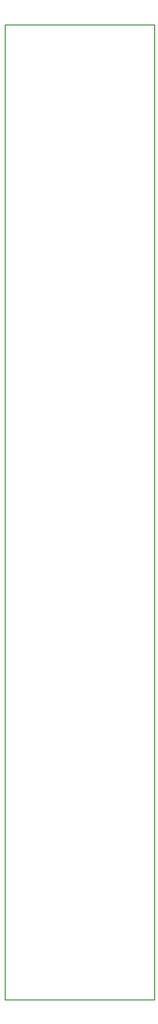
<source format=gbr>
G04 #@! TF.GenerationSoftware,KiCad,Pcbnew,(5.0.0-rc2-47-g52fceb3)*
G04 #@! TF.CreationDate,2018-06-13T16:52:08-05:00*
G04 #@! TF.ProjectId,nearness,6E6561726E6573732E6B696361645F70,rev?*
G04 #@! TF.SameCoordinates,Original*
G04 #@! TF.FileFunction,Profile,NP*
%FSLAX46Y46*%
G04 Gerber Fmt 4.6, Leading zero omitted, Abs format (unit mm)*
G04 Created by KiCad (PCBNEW (5.0.0-rc2-47-g52fceb3)) date Wednesday, June 13, 2018 at 04:52:08 PM*
%MOMM*%
%LPD*%
G01*
G04 APERTURE LIST*
%ADD10C,0.100000*%
G04 APERTURE END LIST*
D10*
X50800000Y-98348800D02*
X37338000Y-98348800D01*
X50800000Y-98348800D02*
X50800000Y-10871200D01*
X37338000Y-10871200D02*
X37338000Y-98348800D01*
X37338000Y-10871200D02*
X50800000Y-10871200D01*
M02*

</source>
